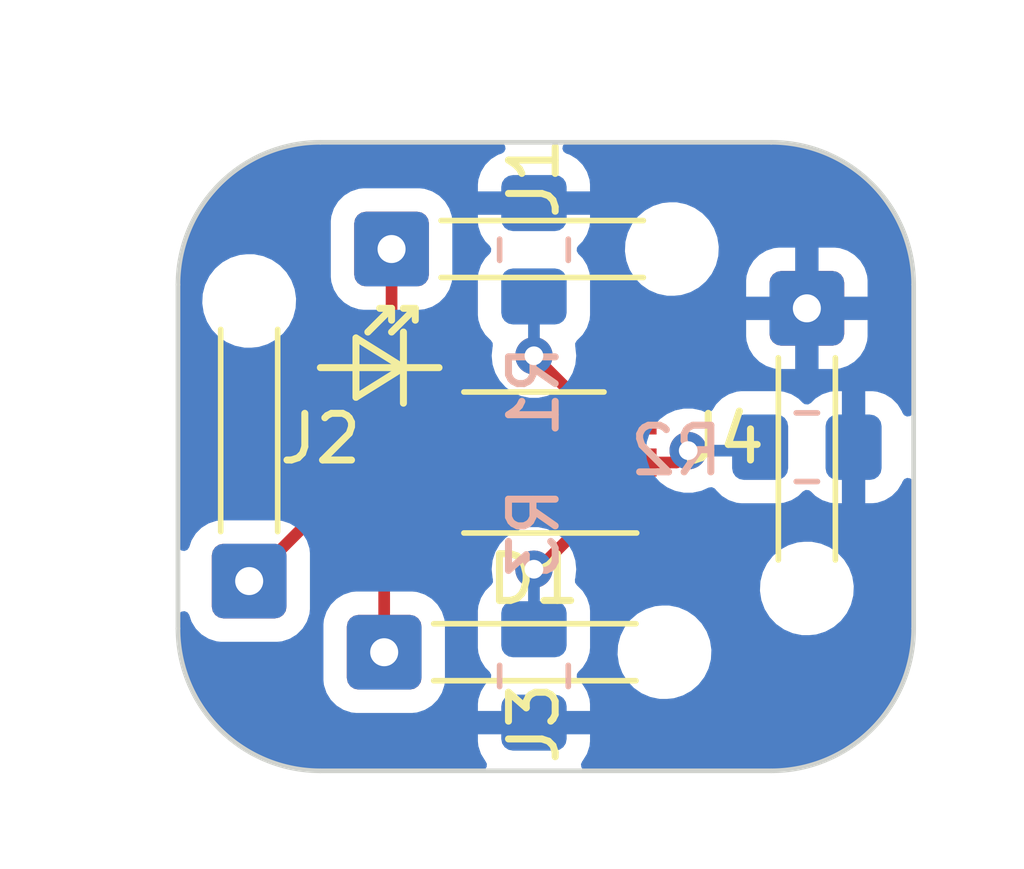
<source format=kicad_pcb>
(kicad_pcb (version 20221018) (generator pcbnew)
  (layers (0 "F.Cu" signal) (31 "B.Cu" signal) (34 "B.Paste" user) (35 "F.Paste" user) (36 "B.SilkS" user "B.Silkscreen") (37 "F.SilkS" user "F.Silkscreen") (38 "B.Mask" user) (39 "F.Mask" user) (44 "Edge.Cuts" user))
  (net 0 "")
  (net 1 "Net-(D1-RK)")
  (net 2 "Net-(D1-GK)")
  (net 3 "Net-(D1-BK)")
  (net 4 "/B")
  (net 5 "/G")
  (net 6 "/R")
  (net 7 "GND")
  (footprint "Connector_Wire:SolderWire-0.1sqmm_1x01_D0.4mm_OD1mm_Relief" (layer "F.Cu") (at 135.224 94.742 90)
    (fp_text reference "J3" (at -1.524 3.206 90) (layer "F.SilkS"))
    (fp_text value "Conn_01x01")
    (fp_line (start -0.61 1.06) (end -0.61 5.39) (stroke (width 0.12)) (layer "F.SilkS"))
    (fp_line (start 0.61 1.06) (end 0.61 5.39) (stroke (width 0.12)) (layer "F.SilkS"))
    (pad "" np_thru_hole circle (at 0 6 90) (size 1.5 1.5) (drill 1.5) (layers "*.Cu" "*.Mask"))
    (pad "1" thru_hole roundrect (at 0 0 90) (size 1.6 1.6) (drill 0.6) (layers "*.Cu" "*.Mask") (roundrect_rratio 0.15625) (net 6 "/R"))
  )
  (footprint "Connector_Wire:SolderWire-0.1sqmm_1x01_D0.4mm_OD1mm_Relief" (layer "F.Cu") (at 132.334 93.218 180)
    (fp_text reference "J2" (at -1.524 3.048) (layer "F.SilkS"))
    (fp_text value "Conn_01x01")
    (fp_line (start -0.61 1.06) (end -0.61 5.39) (stroke (width 0.12)) (layer "F.SilkS"))
    (fp_line (start 0.61 1.06) (end 0.61 5.39) (stroke (width 0.12)) (layer "F.SilkS"))
    (pad "" np_thru_hole circle (at 0 6 180) (size 1.5 1.5) (drill 1.5) (layers "*.Cu" "*.Mask"))
    (pad "1" thru_hole roundrect (at 0 0 180) (size 1.6 1.6) (drill 0.6) (layers "*.Cu" "*.Mask") (roundrect_rratio 0.15625) (net 5 "/G"))
  )
  (footprint "LED_SMD:LED_Avago_PLCC6_3x2.8mm" (layer "F.Cu") (at 138.43 90.678 180)
    (fp_text reference "D1" (at 0 -2.5) (layer "F.SilkS"))
    (fp_text value "LED_RGB")
    (fp_line (start -2.2 -1.51) (end 1.5 -1.51) (stroke (width 0.12)) (layer "F.SilkS"))
    (fp_line (start -1.5 1.51) (end 1.5 1.51) (stroke (width 0.12)) (layer "F.SilkS"))
    (pad "1" smd rect (at -1.475 -0.9 180) (size 2.3 0.6) (layers "F.Cu" "F.Paste" "F.Mask") (net 1 "Net-(D1-RK)"))
    (pad "2" smd rect (at -1.475 0 180) (size 2.3 0.6) (layers "F.Cu" "F.Paste" "F.Mask") (net 2 "Net-(D1-GK)"))
    (pad "3" smd rect (at -1.475 0.9 180) (size 2.3 0.6) (layers "F.Cu" "F.Paste" "F.Mask") (net 3 "Net-(D1-BK)"))
    (pad "4" smd rect (at 1.475 0.9 180) (size 2.3 0.6) (layers "F.Cu" "F.Paste" "F.Mask") (net 4 "/B"))
    (pad "5" smd rect (at 1.475 0 180) (size 2.3 0.6) (layers "F.Cu" "F.Paste" "F.Mask") (net 5 "/G"))
    (pad "6" smd rect (at 1.475 -0.9 180) (size 2.3 0.6) (layers "F.Cu" "F.Paste" "F.Mask") (net 6 "/R"))
  )
  (footprint "Connector_Wire:SolderWire-0.1sqmm_1x01_D0.4mm_OD1mm_Relief" (layer "F.Cu") (at 144.272 87.376)
    (fp_text reference "J4" (at -1.778 2.794) (layer "F.SilkS"))
    (fp_text value "Conn_01x01")
    (fp_line (start -0.61 1.06) (end -0.61 5.39) (stroke (width 0.12)) (layer "F.SilkS"))
    (fp_line (start 0.61 1.06) (end 0.61 5.39) (stroke (width 0.12)) (layer "F.SilkS"))
    (pad "" np_thru_hole circle (at 0 6) (size 1.5 1.5) (drill 1.5) (layers "*.Cu" "*.Mask"))
    (pad "1" thru_hole roundrect (at 0 0) (size 1.6 1.6) (drill 0.6) (layers "*.Cu" "*.Mask") (roundrect_rratio 0.15625) (net 7 "GND"))
  )
  (footprint "Connector_Wire:SolderWire-0.1sqmm_1x01_D0.4mm_OD1mm_Relief" (layer "F.Cu") (at 135.382 86.106 90)
    (fp_text reference "J1" (at 1.524 3.048 90) (layer "F.SilkS"))
    (fp_text value "Conn_01x01")
    (fp_line (start -0.61 1.06) (end -0.61 5.39) (stroke (width 0.12)) (layer "F.SilkS"))
    (fp_line (start 0.61 1.06) (end 0.61 5.39) (stroke (width 0.12)) (layer "F.SilkS"))
    (pad "" np_thru_hole circle (at 0 6 90) (size 1.5 1.5) (drill 1.5) (layers "*.Cu" "*.Mask"))
    (pad "1" thru_hole roundrect (at 0 0 90) (size 1.6 1.6) (drill 0.6) (layers "*.Cu" "*.Mask") (roundrect_rratio 0.15625) (net 4 "/B"))
  )
  (footprint "Resistor_SMD:R_0805_2012Metric_Pad1.20x1.40mm_HandSolder" (layer "B.Cu") (at 138.43 86.122 90)
    (fp_text reference "R1" (at -3.032 0 90) (layer "B.SilkS") (effects (justify mirror)))
    (fp_text value "R")
    (fp_line (start -0.227064 -0.735) (end 0.227064 -0.735) (stroke (width 0.12)) (layer "B.SilkS"))
    (fp_line (start -0.227064 0.735) (end 0.227064 0.735) (stroke (width 0.12)) (layer "B.SilkS"))
    (pad "1" smd roundrect (at -1 0 90) (size 1.2 1.4) (layers "B.Cu" "B.Paste" "B.Mask") (roundrect_rratio 0.208333) (net 3 "Net-(D1-BK)"))
    (pad "2" smd roundrect (at 1 0 90) (size 1.2 1.4) (layers "B.Cu" "B.Paste" "B.Mask") (roundrect_rratio 0.208333) (net 7 "GND"))
  )
  (footprint "Resistor_SMD:R_0805_2012Metric_Pad1.20x1.40mm_HandSolder" (layer "B.Cu") (at 138.43 95.25 -90)
    (fp_text reference "R3" (at -3.048 0 90) (layer "B.SilkS") (effects (justify mirror)))
    (fp_text value "R")
    (fp_line (start -0.227064 -0.735) (end 0.227064 -0.735) (stroke (width 0.12)) (layer "B.SilkS"))
    (fp_line (start -0.227064 0.735) (end 0.227064 0.735) (stroke (width 0.12)) (layer "B.SilkS"))
    (pad "1" smd roundrect (at -1 0 270) (size 1.2 1.4) (layers "B.Cu" "B.Paste" "B.Mask") (roundrect_rratio 0.208333) (net 1 "Net-(D1-RK)"))
    (pad "2" smd roundrect (at 1 0 270) (size 1.2 1.4) (layers "B.Cu" "B.Paste" "B.Mask") (roundrect_rratio 0.208333) (net 7 "GND"))
  )
  (footprint "Resistor_SMD:R_0805_2012Metric_Pad1.20x1.40mm_HandSolder" (layer "B.Cu") (at 144.272 90.351)
    (fp_text reference "R2" (at -2.794 0.073) (layer "B.SilkS") (effects (justify mirror)))
    (fp_text value "R")
    (fp_line (start -0.227064 -0.735) (end 0.227064 -0.735) (stroke (width 0.12)) (layer "B.SilkS"))
    (fp_line (start -0.227064 0.735) (end 0.227064 0.735) (stroke (width 0.12)) (layer "B.SilkS"))
    (pad "1" smd roundrect (at -1 0) (size 1.2 1.4) (layers "B.Cu" "B.Paste" "B.Mask") (roundrect_rratio 0.208333) (net 2 "Net-(D1-GK)"))
    (pad "2" smd roundrect (at 1 0) (size 1.2 1.4) (layers "B.Cu" "B.Paste" "B.Mask") (roundrect_rratio 0.208333) (net 7 "GND"))
  )
  (gr_line (start 135.89 87.376) (end 135.89 87.63) (stroke (width 0.15)) (layer "F.SilkS"))
  (gr_line (start 135.382 87.376) (end 135.382 87.63) (stroke (width 0.15)) (layer "F.SilkS"))
  (gr_line (start 135.382 87.884) (end 135.89 87.376) (stroke (width 0.15)) (layer "F.SilkS"))
  (gr_line (start 135.382 87.376) (end 135.128 87.376) (stroke (width 0.15)) (layer "F.SilkS"))
  (gr_line (start 135.636 88.646) (end 136.398 88.646) (stroke (width 0.15)) (layer "F.SilkS"))
  (gr_line (start 134.874 87.884) (end 135.382 87.376) (stroke (width 0.15)) (layer "F.SilkS"))
  (gr_line (start 135.89 87.376) (end 135.636 87.376) (stroke (width 0.15)) (layer "F.SilkS"))
  (gr_line (start 134.62 89.281) (end 135.636 88.646) (stroke (width 0.15)) (layer "F.SilkS"))
  (gr_line (start 134.62 89.281) (end 134.62 88.011) (stroke (width 0.15)) (layer "F.SilkS"))
  (gr_line (start 135.636 88.646) (end 133.858 88.646) (stroke (width 0.15)) (layer "F.SilkS"))
  (gr_line (start 135.636 89.408) (end 135.636 87.884) (stroke (width 0.15)) (layer "F.SilkS"))
  (gr_line (start 135.636 88.646) (end 134.62 88.011) (stroke (width 0.15)) (layer "F.SilkS"))
  (gr_line (start 133.858 83.82) (end 143.51 83.82) (stroke (width 0.1)) (layer "Edge.Cuts"))
  (gr_arc (start 143.51 83.82) (mid 145.665261 84.712739) (end 146.558 86.868) (stroke (width 0.1)) (layer "Edge.Cuts"))
  (gr_arc (start 133.858 97.282) (mid 131.70274 96.389261) (end 130.810001 94.234001) (stroke (width 0.1)) (layer "Edge.Cuts"))
  (gr_line (start 130.81 86.868) (end 130.810001 94.234001) (stroke (width 0.1)) (layer "Edge.Cuts"))
  (gr_arc (start 146.558 94.234) (mid 145.665261 96.38926) (end 143.510001 97.281999) (stroke (width 0.1)) (layer "Edge.Cuts"))
  (gr_line (start 146.558 94.234) (end 146.558 86.868) (stroke (width 0.1)) (layer "Edge.Cuts"))
  (gr_line (start 133.858 97.282) (end 143.510001 97.281999) (stroke (width 0.1)) (layer "Edge.Cuts"))
  (gr_arc (start 130.81 86.868) (mid 131.702739 84.712739) (end 133.858 83.82) (stroke (width 0.1)) (layer "Edge.Cuts"))
  (segment (start 138.43 92.964) (end 138.519 92.964) (width 0.25) (layer "F.Cu") (net 1))
  (segment (start 138.519 92.964) (end 139.905 91.578) (width 0.25) (layer "F.Cu") (net 1))
  (via (at 138.43 92.964) (size 0.8) (drill 0.4) (layers "F.Cu" "B.Cu") (net 1))
  (segment (start 138.43 92.964) (end 138.43 94.25) (width 0.25) (layer "B.Cu") (net 1))
  (segment (start 139.905 90.678) (end 141.478 90.678) (width 0.25) (layer "F.Cu") (net 2))
  (segment (start 141.478 90.678) (end 141.732 90.424) (width 0.25) (layer "F.Cu") (net 2))
  (via (at 141.732 90.424) (size 0.8) (drill 0.4) (layers "F.Cu" "B.Cu") (net 2))
  (segment (start 141.732 90.424) (end 143.199 90.424) (width 0.25) (layer "B.Cu") (net 2))
  (segment (start 143.199 90.424) (end 143.272 90.351) (width 0.25) (layer "B.Cu") (net 2))
  (segment (start 139.905 89.778) (end 139.816 89.778) (width 0.25) (layer "F.Cu") (net 3))
  (segment (start 139.816 89.778) (end 138.43 88.392) (width 0.25) (layer "F.Cu") (net 3))
  (via (at 138.43 88.392) (size 0.8) (drill 0.4) (layers "F.Cu" "B.Cu") (net 3))
  (segment (start 138.43 88.392) (end 138.43 87.122) (width 0.25) (layer "B.Cu") (net 3))
  (segment (start 135.382 88.205) (end 135.382 86.106) (width 0.25) (layer "F.Cu") (net 4))
  (segment (start 136.955 89.778) (end 135.382 88.205) (width 0.25) (layer "F.Cu") (net 4))
  (segment (start 134.874 90.678) (end 136.955 90.678) (width 0.25) (layer "F.Cu") (net 5))
  (segment (start 132.334 93.218) (end 134.874 90.678) (width 0.25) (layer "F.Cu") (net 5))
  (segment (start 135.224 93.309) (end 136.955 91.578) (width 0.25) (layer "F.Cu") (net 6))
  (segment (start 135.224 94.742) (end 135.224 93.309) (width 0.25) (layer "F.Cu") (net 6))
  (zone (net 7) (net_name "GND") (layer "B.Cu") (connect_pads (clearance 0.5)) (min_thickness 0.25) (fill yes (thermal_gap 0.5) (thermal_bridge_width 0.5))
    (polygon (pts (xy 128.27 98.552) (xy 148.336 98.806) (xy 148.336 80.772) (xy 127 81.026)))
  )
)
</source>
